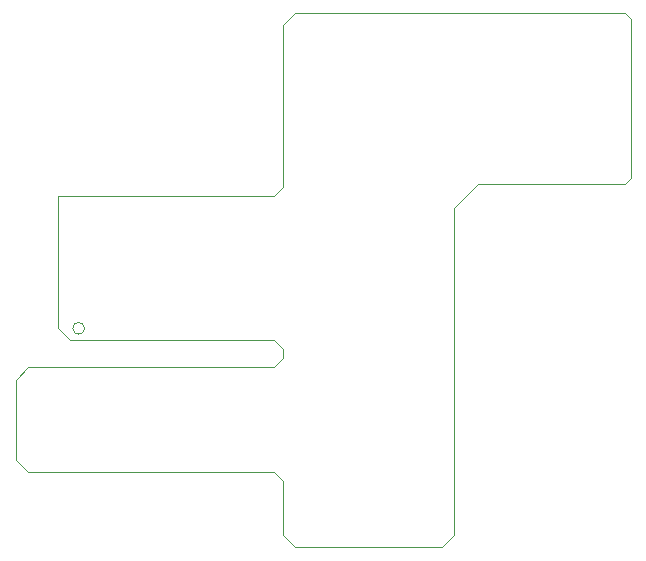
<source format=gm1>
G04 #@! TF.GenerationSoftware,KiCad,Pcbnew,7.0.5*
G04 #@! TF.CreationDate,2023-09-01T13:21:59+02:00*
G04 #@! TF.ProjectId,R1S_NRF,5231535f-4e52-4462-9e6b-696361645f70,v02*
G04 #@! TF.SameCoordinates,Original*
G04 #@! TF.FileFunction,Profile,NP*
%FSLAX46Y46*%
G04 Gerber Fmt 4.6, Leading zero omitted, Abs format (unit mm)*
G04 Created by KiCad (PCBNEW 7.0.5) date 2023-09-01 13:21:59*
%MOMM*%
%LPD*%
G01*
G04 APERTURE LIST*
G04 #@! TA.AperFunction,Profile*
%ADD10C,0.050000*%
G04 #@! TD*
G04 APERTURE END LIST*
D10*
X225806000Y-60960000D02*
X197866000Y-60960000D01*
X226314000Y-61468000D02*
X225806000Y-60960000D01*
X226314000Y-74930000D02*
X226314000Y-61468000D01*
X225806000Y-75438000D02*
X226314000Y-74930000D01*
X213360000Y-75438000D02*
X225806000Y-75438000D01*
X213360000Y-75438000D02*
X211328000Y-77470000D01*
X174244000Y-91998800D02*
X174244000Y-98806000D01*
X196850000Y-90170000D02*
X196850000Y-89408000D01*
X210312000Y-106172000D02*
X211328000Y-105156000D01*
X196850000Y-75692000D02*
X196850000Y-61976000D01*
X196088000Y-76454000D02*
X196850000Y-75692000D01*
X180078000Y-87630000D02*
G75*
G03*
X180078000Y-87630000I-500000J0D01*
G01*
X196850000Y-90170000D02*
X196088000Y-90932000D01*
X210312000Y-106172000D02*
X197866000Y-106172000D01*
X196850000Y-105156000D02*
X196850000Y-100584000D01*
X175260000Y-99822000D02*
X174244000Y-98806000D01*
X177800000Y-76454000D02*
X196088000Y-76454000D01*
X196850000Y-61976000D02*
X197866000Y-60960000D01*
X196088000Y-99822000D02*
X175260000Y-99822000D01*
X211328000Y-77470000D02*
X211328000Y-105156000D01*
X197866000Y-106172000D02*
X196850000Y-105156000D01*
X196088000Y-99822000D02*
X196850000Y-100584000D01*
X196088000Y-90932000D02*
X175310800Y-90932000D01*
X196850000Y-89408000D02*
X196088000Y-88646000D01*
X178816000Y-88646000D02*
X177800000Y-87630000D01*
X175310800Y-90932000D02*
X174244000Y-91998800D01*
X196088000Y-88646000D02*
X178816000Y-88646000D01*
X177800000Y-87630000D02*
X177800000Y-76454000D01*
M02*

</source>
